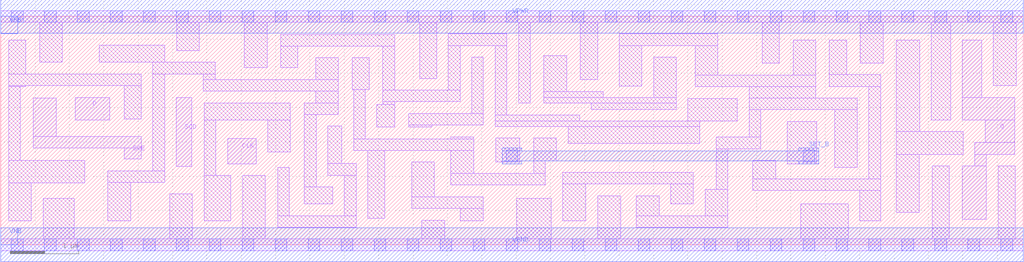
<source format=lef>
# Copyright 2020 The SkyWater PDK Authors
#
# Licensed under the Apache License, Version 2.0 (the "License");
# you may not use this file except in compliance with the License.
# You may obtain a copy of the License at
#
#     https://www.apache.org/licenses/LICENSE-2.0
#
# Unless required by applicable law or agreed to in writing, software
# distributed under the License is distributed on an "AS IS" BASIS,
# WITHOUT WARRANTIES OR CONDITIONS OF ANY KIND, either express or implied.
# See the License for the specific language governing permissions and
# limitations under the License.
#
# SPDX-License-Identifier: Apache-2.0

VERSION 5.5 ;
NAMESCASESENSITIVE ON ;
BUSBITCHARS "[]" ;
DIVIDERCHAR "/" ;
MACRO sky130_fd_sc_ms__sdfstp_2
  CLASS CORE ;
  SOURCE USER ;
  ORIGIN  0.000000  0.000000 ;
  SIZE  14.88000 BY  3.330000 ;
  SYMMETRY X Y ;
  SITE unit ;
  PIN D
    ANTENNAGATEAREA  0.159000 ;
    DIRECTION INPUT ;
    USE SIGNAL ;
    PORT
      LAYER li1 ;
        RECT 1.085000 1.820000 1.585000 2.150000 ;
    END
  END D
  PIN Q
    ANTENNADIFFAREA  0.543200 ;
    DIRECTION OUTPUT ;
    USE SIGNAL ;
    PORT
      LAYER li1 ;
        RECT 13.990000 0.370000 14.345000 1.150000 ;
        RECT 13.995000 1.820000 14.755000 2.150000 ;
        RECT 13.995000 2.150000 14.275000 2.980000 ;
        RECT 14.175000 1.150000 14.345000 1.320000 ;
        RECT 14.175000 1.320000 14.755000 1.490000 ;
        RECT 14.325000 1.490000 14.755000 1.820000 ;
    END
  END Q
  PIN SCD
    ANTENNAGATEAREA  0.159000 ;
    DIRECTION INPUT ;
    USE SIGNAL ;
    PORT
      LAYER li1 ;
        RECT 2.555000 1.140000 2.780000 2.150000 ;
    END
  END SCD
  PIN SCE
    ANTENNAGATEAREA  0.318000 ;
    DIRECTION INPUT ;
    USE SIGNAL ;
    PORT
      LAYER li1 ;
        RECT 0.475000 1.410000 2.045000 1.580000 ;
        RECT 0.475000 1.580000 0.805000 2.140000 ;
        RECT 1.795000 1.250000 2.045000 1.410000 ;
    END
  END SCE
  PIN SET_B
    ANTENNAPARTIALMETALSIDEAREA  3.213000 ;
    DIRECTION INPUT ;
    USE SIGNAL ;
    PORT
      LAYER met1 ;
        RECT  7.295000 1.180000  7.585000 1.225000 ;
        RECT  7.295000 1.225000 11.905000 1.365000 ;
        RECT  7.295000 1.365000  7.585000 1.410000 ;
        RECT 11.615000 1.180000 11.905000 1.225000 ;
        RECT 11.615000 1.365000 11.905000 1.410000 ;
    END
  END SET_B
  PIN CLK
    ANTENNAGATEAREA  0.279000 ;
    DIRECTION INPUT ;
    USE CLOCK ;
    PORT
      LAYER li1 ;
        RECT 3.300000 1.180000 3.715000 1.550000 ;
    END
  END CLK
  PIN VGND
    DIRECTION INOUT ;
    USE GROUND ;
    PORT
      LAYER met1 ;
        RECT 0.000000 -0.245000 14.880000 0.245000 ;
    END
  END VGND
  PIN VNB
    DIRECTION INOUT ;
    USE GROUND ;
    PORT
    END
  END VNB
  PIN VPB
    DIRECTION INOUT ;
    USE POWER ;
    PORT
    END
  END VPB
  PIN VNB
    DIRECTION INOUT ;
    USE GROUND ;
    PORT
      LAYER met1 ;
        RECT 0.000000 0.000000 0.250000 0.250000 ;
    END
  END VNB
  PIN VPB
    DIRECTION INOUT ;
    USE POWER ;
    PORT
      LAYER met1 ;
        RECT 0.000000 3.080000 0.250000 3.330000 ;
    END
  END VPB
  PIN VPWR
    DIRECTION INOUT ;
    USE POWER ;
    PORT
      LAYER met1 ;
        RECT 0.000000 3.085000 14.880000 3.575000 ;
    END
  END VPWR
  OBS
    LAYER li1 ;
      RECT  0.000000 -0.085000 14.880000 0.085000 ;
      RECT  0.000000  3.245000 14.880000 3.415000 ;
      RECT  0.115000  0.350000  0.445000 0.900000 ;
      RECT  0.115000  0.900000  1.225000 1.230000 ;
      RECT  0.115000  1.230000  0.285000 2.310000 ;
      RECT  0.115000  2.310000  0.365000 2.320000 ;
      RECT  0.115000  2.320000  2.045000 2.490000 ;
      RECT  0.115000  2.490000  0.365000 2.980000 ;
      RECT  0.565000  2.660000  0.895000 3.245000 ;
      RECT  0.615000  0.085000  1.070000 0.680000 ;
      RECT  1.435000  2.660000  2.385000 2.910000 ;
      RECT  1.560000  0.350000  1.890000 0.910000 ;
      RECT  1.560000  0.910000  2.385000 1.080000 ;
      RECT  1.795000  1.830000  2.045000 2.320000 ;
      RECT  2.215000  1.080000  2.385000 2.490000 ;
      RECT  2.215000  2.490000  3.120000 2.660000 ;
      RECT  2.460000  0.085000  2.790000 0.740000 ;
      RECT  2.560000  2.830000  2.890000 3.245000 ;
      RECT  2.950000  2.240000  4.915000 2.410000 ;
      RECT  2.950000  2.410000  3.120000 2.490000 ;
      RECT  2.960000  0.350000  3.350000 1.010000 ;
      RECT  2.960000  1.010000  3.130000 1.820000 ;
      RECT  2.960000  1.820000  4.215000 2.070000 ;
      RECT  3.520000  0.085000  3.850000 1.010000 ;
      RECT  3.545000  2.580000  3.875000 3.245000 ;
      RECT  3.885000  1.350000  4.215000 1.820000 ;
      RECT  4.030000  0.255000  5.170000 0.425000 ;
      RECT  4.030000  0.425000  4.200000 1.130000 ;
      RECT  4.075000  2.580000  4.325000 2.895000 ;
      RECT  4.075000  2.895000  5.730000 3.065000 ;
      RECT  4.420000  0.595000  4.830000 0.845000 ;
      RECT  4.420000  0.845000  4.590000 1.900000 ;
      RECT  4.420000  1.900000  4.915000 2.070000 ;
      RECT  4.585000  2.070000  4.915000 2.240000 ;
      RECT  4.585000  2.410000  4.915000 2.725000 ;
      RECT  4.760000  1.015000  5.170000 1.185000 ;
      RECT  4.760000  1.185000  4.965000 1.730000 ;
      RECT  5.000000  0.425000  5.170000 1.015000 ;
      RECT  5.115000  2.265000  5.365000 2.725000 ;
      RECT  5.135000  1.375000  6.880000 1.545000 ;
      RECT  5.135000  1.545000  5.305000 2.265000 ;
      RECT  5.340000  0.385000  5.590000 1.375000 ;
      RECT  5.475000  1.715000  5.730000 2.045000 ;
      RECT  5.560000  2.045000  5.730000 2.085000 ;
      RECT  5.560000  2.085000  6.685000 2.255000 ;
      RECT  5.560000  2.255000  5.730000 2.895000 ;
      RECT  5.940000  1.715000  6.270000 1.745000 ;
      RECT  5.940000  1.745000  7.025000 1.915000 ;
      RECT  5.980000  0.530000  7.020000 0.700000 ;
      RECT  5.980000  0.700000  6.310000 1.205000 ;
      RECT  6.095000  2.425000  6.345000 3.245000 ;
      RECT  6.130000  0.085000  6.460000 0.360000 ;
      RECT  6.515000  2.255000  6.685000 2.905000 ;
      RECT  6.515000  2.905000  7.365000 3.075000 ;
      RECT  6.550000  0.870000  7.925000 1.040000 ;
      RECT  6.550000  1.040000  6.880000 1.375000 ;
      RECT  6.550000  1.545000  6.880000 1.570000 ;
      RECT  6.690000  0.350000  7.020000 0.530000 ;
      RECT  6.855000  1.915000  7.025000 2.735000 ;
      RECT  7.195000  1.725000 10.170000 1.805000 ;
      RECT  7.195000  1.805000  8.425000 1.895000 ;
      RECT  7.195000  1.895000  7.365000 2.905000 ;
      RECT  7.205000  1.210000  7.555000 1.555000 ;
      RECT  7.510000  0.085000  8.010000 0.680000 ;
      RECT  7.535000  2.065000  7.705000 3.245000 ;
      RECT  7.755000  1.040000  7.925000 1.225000 ;
      RECT  7.755000  1.225000  8.085000 1.555000 ;
      RECT  7.905000  2.065000  9.830000 2.145000 ;
      RECT  7.905000  2.145000  8.765000 2.235000 ;
      RECT  7.905000  2.235000  8.235000 2.755000 ;
      RECT  8.180000  0.350000  8.510000 0.885000 ;
      RECT  8.180000  0.885000 10.080000 1.055000 ;
      RECT  8.255000  1.475000 10.170000 1.725000 ;
      RECT  8.435000  2.405000  8.685000 3.245000 ;
      RECT  8.595000  1.975000  9.830000 2.065000 ;
      RECT  8.690000  0.085000  9.020000 0.715000 ;
      RECT  9.000000  2.315000  9.330000 2.905000 ;
      RECT  9.000000  2.905000 10.435000 3.075000 ;
      RECT  9.250000  0.255000 10.580000 0.425000 ;
      RECT  9.250000  0.425000  9.580000 0.715000 ;
      RECT  9.500000  2.145000  9.830000 2.735000 ;
      RECT  9.750000  0.595000 10.080000 0.885000 ;
      RECT 10.000000  1.805000 10.720000 2.135000 ;
      RECT 10.105000  2.305000 11.860000 2.475000 ;
      RECT 10.105000  2.475000 10.435000 2.905000 ;
      RECT 10.250000  0.425000 10.580000 0.810000 ;
      RECT 10.410000  0.810000 10.580000 1.400000 ;
      RECT 10.410000  1.400000 11.060000 1.570000 ;
      RECT 10.890000  1.570000 11.060000 1.970000 ;
      RECT 10.890000  1.970000 12.465000 2.140000 ;
      RECT 10.890000  2.140000 11.860000 2.305000 ;
      RECT 10.945000  0.790000 12.805000 0.960000 ;
      RECT 10.945000  0.960000 11.275000 1.230000 ;
      RECT 11.080000  2.645000 11.330000 3.245000 ;
      RECT 11.445000  1.180000 11.875000 1.800000 ;
      RECT 11.530000  2.475000 11.860000 2.980000 ;
      RECT 11.640000  0.085000 12.330000 0.600000 ;
      RECT 12.060000  2.310000 12.805000 2.480000 ;
      RECT 12.060000  2.480000 12.310000 2.980000 ;
      RECT 12.135000  1.130000 12.465000 1.970000 ;
      RECT 12.500000  0.350000 12.805000 0.790000 ;
      RECT 12.510000  2.650000 12.840000 3.245000 ;
      RECT 12.635000  0.960000 12.805000 2.310000 ;
      RECT 13.035000  0.470000 13.365000 1.320000 ;
      RECT 13.035000  1.320000 14.005000 1.650000 ;
      RECT 13.035000  1.650000 13.370000 2.980000 ;
      RECT 13.540000  1.820000 13.825000 3.245000 ;
      RECT 13.555000  0.085000 13.805000 1.150000 ;
      RECT 14.445000  2.320000 14.775000 3.245000 ;
      RECT 14.515000  0.085000 14.765000 1.150000 ;
    LAYER mcon ;
      RECT  0.155000 -0.085000  0.325000 0.085000 ;
      RECT  0.155000  3.245000  0.325000 3.415000 ;
      RECT  0.635000 -0.085000  0.805000 0.085000 ;
      RECT  0.635000  3.245000  0.805000 3.415000 ;
      RECT  1.115000 -0.085000  1.285000 0.085000 ;
      RECT  1.115000  3.245000  1.285000 3.415000 ;
      RECT  1.595000 -0.085000  1.765000 0.085000 ;
      RECT  1.595000  3.245000  1.765000 3.415000 ;
      RECT  2.075000 -0.085000  2.245000 0.085000 ;
      RECT  2.075000  3.245000  2.245000 3.415000 ;
      RECT  2.555000 -0.085000  2.725000 0.085000 ;
      RECT  2.555000  3.245000  2.725000 3.415000 ;
      RECT  3.035000 -0.085000  3.205000 0.085000 ;
      RECT  3.035000  3.245000  3.205000 3.415000 ;
      RECT  3.515000 -0.085000  3.685000 0.085000 ;
      RECT  3.515000  3.245000  3.685000 3.415000 ;
      RECT  3.995000 -0.085000  4.165000 0.085000 ;
      RECT  3.995000  3.245000  4.165000 3.415000 ;
      RECT  4.475000 -0.085000  4.645000 0.085000 ;
      RECT  4.475000  3.245000  4.645000 3.415000 ;
      RECT  4.955000 -0.085000  5.125000 0.085000 ;
      RECT  4.955000  3.245000  5.125000 3.415000 ;
      RECT  5.435000 -0.085000  5.605000 0.085000 ;
      RECT  5.435000  3.245000  5.605000 3.415000 ;
      RECT  5.915000 -0.085000  6.085000 0.085000 ;
      RECT  5.915000  3.245000  6.085000 3.415000 ;
      RECT  6.395000 -0.085000  6.565000 0.085000 ;
      RECT  6.395000  3.245000  6.565000 3.415000 ;
      RECT  6.875000 -0.085000  7.045000 0.085000 ;
      RECT  6.875000  3.245000  7.045000 3.415000 ;
      RECT  7.355000 -0.085000  7.525000 0.085000 ;
      RECT  7.355000  1.210000  7.525000 1.380000 ;
      RECT  7.355000  3.245000  7.525000 3.415000 ;
      RECT  7.835000 -0.085000  8.005000 0.085000 ;
      RECT  7.835000  3.245000  8.005000 3.415000 ;
      RECT  8.315000 -0.085000  8.485000 0.085000 ;
      RECT  8.315000  3.245000  8.485000 3.415000 ;
      RECT  8.795000 -0.085000  8.965000 0.085000 ;
      RECT  8.795000  3.245000  8.965000 3.415000 ;
      RECT  9.275000 -0.085000  9.445000 0.085000 ;
      RECT  9.275000  3.245000  9.445000 3.415000 ;
      RECT  9.755000 -0.085000  9.925000 0.085000 ;
      RECT  9.755000  3.245000  9.925000 3.415000 ;
      RECT 10.235000 -0.085000 10.405000 0.085000 ;
      RECT 10.235000  3.245000 10.405000 3.415000 ;
      RECT 10.715000 -0.085000 10.885000 0.085000 ;
      RECT 10.715000  3.245000 10.885000 3.415000 ;
      RECT 11.195000 -0.085000 11.365000 0.085000 ;
      RECT 11.195000  3.245000 11.365000 3.415000 ;
      RECT 11.675000 -0.085000 11.845000 0.085000 ;
      RECT 11.675000  1.210000 11.845000 1.380000 ;
      RECT 11.675000  3.245000 11.845000 3.415000 ;
      RECT 12.155000 -0.085000 12.325000 0.085000 ;
      RECT 12.155000  3.245000 12.325000 3.415000 ;
      RECT 12.635000 -0.085000 12.805000 0.085000 ;
      RECT 12.635000  3.245000 12.805000 3.415000 ;
      RECT 13.115000 -0.085000 13.285000 0.085000 ;
      RECT 13.115000  3.245000 13.285000 3.415000 ;
      RECT 13.595000 -0.085000 13.765000 0.085000 ;
      RECT 13.595000  3.245000 13.765000 3.415000 ;
      RECT 14.075000 -0.085000 14.245000 0.085000 ;
      RECT 14.075000  3.245000 14.245000 3.415000 ;
      RECT 14.555000 -0.085000 14.725000 0.085000 ;
      RECT 14.555000  3.245000 14.725000 3.415000 ;
  END
END sky130_fd_sc_ms__sdfstp_2
END LIBRARY

</source>
